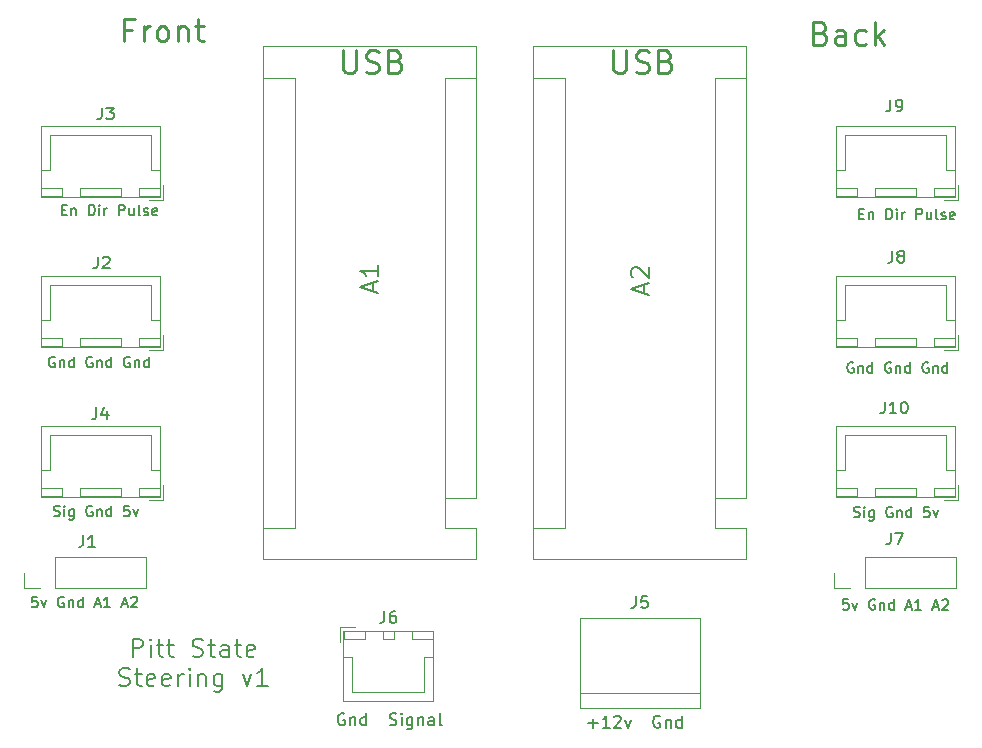
<source format=gbr>
G04 #@! TF.GenerationSoftware,KiCad,Pcbnew,(5.1.5)-3*
G04 #@! TF.CreationDate,2022-03-29T23:18:33-05:00*
G04 #@! TF.ProjectId,Two Motor Nano Controller,54776f20-4d6f-4746-9f72-204e616e6f20,rev?*
G04 #@! TF.SameCoordinates,Original*
G04 #@! TF.FileFunction,Legend,Top*
G04 #@! TF.FilePolarity,Positive*
%FSLAX46Y46*%
G04 Gerber Fmt 4.6, Leading zero omitted, Abs format (unit mm)*
G04 Created by KiCad (PCBNEW (5.1.5)-3) date 2022-03-29 23:18:33*
%MOMM*%
%LPD*%
G04 APERTURE LIST*
%ADD10C,0.139700*%
%ADD11C,0.203200*%
%ADD12C,0.152400*%
%ADD13C,0.254000*%
%ADD14C,0.120000*%
%ADD15C,0.150000*%
G04 APERTURE END LIST*
D10*
X185270140Y-75929066D02*
X184846806Y-75929066D01*
X184804473Y-76352400D01*
X184846806Y-76310066D01*
X184931473Y-76267733D01*
X185143140Y-76267733D01*
X185227806Y-76310066D01*
X185270140Y-76352400D01*
X185312473Y-76437066D01*
X185312473Y-76648733D01*
X185270140Y-76733400D01*
X185227806Y-76775733D01*
X185143140Y-76818066D01*
X184931473Y-76818066D01*
X184846806Y-76775733D01*
X184804473Y-76733400D01*
X185608806Y-76225400D02*
X185820473Y-76818066D01*
X186032140Y-76225400D01*
X187513806Y-75971400D02*
X187429140Y-75929066D01*
X187302140Y-75929066D01*
X187175140Y-75971400D01*
X187090473Y-76056066D01*
X187048140Y-76140733D01*
X187005806Y-76310066D01*
X187005806Y-76437066D01*
X187048140Y-76606400D01*
X187090473Y-76691066D01*
X187175140Y-76775733D01*
X187302140Y-76818066D01*
X187386806Y-76818066D01*
X187513806Y-76775733D01*
X187556140Y-76733400D01*
X187556140Y-76437066D01*
X187386806Y-76437066D01*
X187937140Y-76225400D02*
X187937140Y-76818066D01*
X187937140Y-76310066D02*
X187979473Y-76267733D01*
X188064140Y-76225400D01*
X188191140Y-76225400D01*
X188275806Y-76267733D01*
X188318140Y-76352400D01*
X188318140Y-76818066D01*
X189122473Y-76818066D02*
X189122473Y-75929066D01*
X189122473Y-76775733D02*
X189037806Y-76818066D01*
X188868473Y-76818066D01*
X188783806Y-76775733D01*
X188741473Y-76733400D01*
X188699140Y-76648733D01*
X188699140Y-76394733D01*
X188741473Y-76310066D01*
X188783806Y-76267733D01*
X188868473Y-76225400D01*
X189037806Y-76225400D01*
X189122473Y-76267733D01*
X190180806Y-76564066D02*
X190604140Y-76564066D01*
X190096140Y-76818066D02*
X190392473Y-75929066D01*
X190688806Y-76818066D01*
X191450806Y-76818066D02*
X190942806Y-76818066D01*
X191196806Y-76818066D02*
X191196806Y-75929066D01*
X191112140Y-76056066D01*
X191027473Y-76140733D01*
X190942806Y-76183066D01*
X192466806Y-76564066D02*
X192890140Y-76564066D01*
X192382140Y-76818066D02*
X192678473Y-75929066D01*
X192974806Y-76818066D01*
X193228806Y-76013733D02*
X193271140Y-75971400D01*
X193355806Y-75929066D01*
X193567473Y-75929066D01*
X193652140Y-75971400D01*
X193694473Y-76013733D01*
X193736806Y-76098400D01*
X193736806Y-76183066D01*
X193694473Y-76310066D01*
X193186473Y-76818066D01*
X193736806Y-76818066D01*
X185732420Y-68916973D02*
X185859420Y-68959306D01*
X186071086Y-68959306D01*
X186155753Y-68916973D01*
X186198086Y-68874640D01*
X186240420Y-68789973D01*
X186240420Y-68705306D01*
X186198086Y-68620640D01*
X186155753Y-68578306D01*
X186071086Y-68535973D01*
X185901753Y-68493640D01*
X185817086Y-68451306D01*
X185774753Y-68408973D01*
X185732420Y-68324306D01*
X185732420Y-68239640D01*
X185774753Y-68154973D01*
X185817086Y-68112640D01*
X185901753Y-68070306D01*
X186113420Y-68070306D01*
X186240420Y-68112640D01*
X186621420Y-68959306D02*
X186621420Y-68366640D01*
X186621420Y-68070306D02*
X186579086Y-68112640D01*
X186621420Y-68154973D01*
X186663753Y-68112640D01*
X186621420Y-68070306D01*
X186621420Y-68154973D01*
X187425753Y-68366640D02*
X187425753Y-69086306D01*
X187383420Y-69170973D01*
X187341086Y-69213306D01*
X187256420Y-69255640D01*
X187129420Y-69255640D01*
X187044753Y-69213306D01*
X187425753Y-68916973D02*
X187341086Y-68959306D01*
X187171753Y-68959306D01*
X187087086Y-68916973D01*
X187044753Y-68874640D01*
X187002420Y-68789973D01*
X187002420Y-68535973D01*
X187044753Y-68451306D01*
X187087086Y-68408973D01*
X187171753Y-68366640D01*
X187341086Y-68366640D01*
X187425753Y-68408973D01*
X188992086Y-68112640D02*
X188907420Y-68070306D01*
X188780420Y-68070306D01*
X188653420Y-68112640D01*
X188568753Y-68197306D01*
X188526420Y-68281973D01*
X188484086Y-68451306D01*
X188484086Y-68578306D01*
X188526420Y-68747640D01*
X188568753Y-68832306D01*
X188653420Y-68916973D01*
X188780420Y-68959306D01*
X188865086Y-68959306D01*
X188992086Y-68916973D01*
X189034420Y-68874640D01*
X189034420Y-68578306D01*
X188865086Y-68578306D01*
X189415420Y-68366640D02*
X189415420Y-68959306D01*
X189415420Y-68451306D02*
X189457753Y-68408973D01*
X189542420Y-68366640D01*
X189669420Y-68366640D01*
X189754086Y-68408973D01*
X189796420Y-68493640D01*
X189796420Y-68959306D01*
X190600753Y-68959306D02*
X190600753Y-68070306D01*
X190600753Y-68916973D02*
X190516086Y-68959306D01*
X190346753Y-68959306D01*
X190262086Y-68916973D01*
X190219753Y-68874640D01*
X190177420Y-68789973D01*
X190177420Y-68535973D01*
X190219753Y-68451306D01*
X190262086Y-68408973D01*
X190346753Y-68366640D01*
X190516086Y-68366640D01*
X190600753Y-68408973D01*
X192124753Y-68070306D02*
X191701420Y-68070306D01*
X191659086Y-68493640D01*
X191701420Y-68451306D01*
X191786086Y-68408973D01*
X191997753Y-68408973D01*
X192082420Y-68451306D01*
X192124753Y-68493640D01*
X192167086Y-68578306D01*
X192167086Y-68789973D01*
X192124753Y-68874640D01*
X192082420Y-68916973D01*
X191997753Y-68959306D01*
X191786086Y-68959306D01*
X191701420Y-68916973D01*
X191659086Y-68874640D01*
X192463420Y-68366640D02*
X192675086Y-68959306D01*
X192886753Y-68366640D01*
X185704480Y-55897780D02*
X185619813Y-55855446D01*
X185492813Y-55855446D01*
X185365813Y-55897780D01*
X185281146Y-55982446D01*
X185238813Y-56067113D01*
X185196480Y-56236446D01*
X185196480Y-56363446D01*
X185238813Y-56532780D01*
X185281146Y-56617446D01*
X185365813Y-56702113D01*
X185492813Y-56744446D01*
X185577480Y-56744446D01*
X185704480Y-56702113D01*
X185746813Y-56659780D01*
X185746813Y-56363446D01*
X185577480Y-56363446D01*
X186127813Y-56151780D02*
X186127813Y-56744446D01*
X186127813Y-56236446D02*
X186170146Y-56194113D01*
X186254813Y-56151780D01*
X186381813Y-56151780D01*
X186466480Y-56194113D01*
X186508813Y-56278780D01*
X186508813Y-56744446D01*
X187313146Y-56744446D02*
X187313146Y-55855446D01*
X187313146Y-56702113D02*
X187228480Y-56744446D01*
X187059146Y-56744446D01*
X186974480Y-56702113D01*
X186932146Y-56659780D01*
X186889813Y-56575113D01*
X186889813Y-56321113D01*
X186932146Y-56236446D01*
X186974480Y-56194113D01*
X187059146Y-56151780D01*
X187228480Y-56151780D01*
X187313146Y-56194113D01*
X188879480Y-55897780D02*
X188794813Y-55855446D01*
X188667813Y-55855446D01*
X188540813Y-55897780D01*
X188456146Y-55982446D01*
X188413813Y-56067113D01*
X188371480Y-56236446D01*
X188371480Y-56363446D01*
X188413813Y-56532780D01*
X188456146Y-56617446D01*
X188540813Y-56702113D01*
X188667813Y-56744446D01*
X188752480Y-56744446D01*
X188879480Y-56702113D01*
X188921813Y-56659780D01*
X188921813Y-56363446D01*
X188752480Y-56363446D01*
X189302813Y-56151780D02*
X189302813Y-56744446D01*
X189302813Y-56236446D02*
X189345146Y-56194113D01*
X189429813Y-56151780D01*
X189556813Y-56151780D01*
X189641480Y-56194113D01*
X189683813Y-56278780D01*
X189683813Y-56744446D01*
X190488146Y-56744446D02*
X190488146Y-55855446D01*
X190488146Y-56702113D02*
X190403480Y-56744446D01*
X190234146Y-56744446D01*
X190149480Y-56702113D01*
X190107146Y-56659780D01*
X190064813Y-56575113D01*
X190064813Y-56321113D01*
X190107146Y-56236446D01*
X190149480Y-56194113D01*
X190234146Y-56151780D01*
X190403480Y-56151780D01*
X190488146Y-56194113D01*
X192054480Y-55897780D02*
X191969813Y-55855446D01*
X191842813Y-55855446D01*
X191715813Y-55897780D01*
X191631146Y-55982446D01*
X191588813Y-56067113D01*
X191546480Y-56236446D01*
X191546480Y-56363446D01*
X191588813Y-56532780D01*
X191631146Y-56617446D01*
X191715813Y-56702113D01*
X191842813Y-56744446D01*
X191927480Y-56744446D01*
X192054480Y-56702113D01*
X192096813Y-56659780D01*
X192096813Y-56363446D01*
X191927480Y-56363446D01*
X192477813Y-56151780D02*
X192477813Y-56744446D01*
X192477813Y-56236446D02*
X192520146Y-56194113D01*
X192604813Y-56151780D01*
X192731813Y-56151780D01*
X192816480Y-56194113D01*
X192858813Y-56278780D01*
X192858813Y-56744446D01*
X193663146Y-56744446D02*
X193663146Y-55855446D01*
X193663146Y-56702113D02*
X193578480Y-56744446D01*
X193409146Y-56744446D01*
X193324480Y-56702113D01*
X193282146Y-56659780D01*
X193239813Y-56575113D01*
X193239813Y-56321113D01*
X193282146Y-56236446D01*
X193324480Y-56194113D01*
X193409146Y-56151780D01*
X193578480Y-56151780D01*
X193663146Y-56194113D01*
X186224333Y-43268900D02*
X186520666Y-43268900D01*
X186647666Y-43734566D02*
X186224333Y-43734566D01*
X186224333Y-42845566D01*
X186647666Y-42845566D01*
X187028666Y-43141900D02*
X187028666Y-43734566D01*
X187028666Y-43226566D02*
X187071000Y-43184233D01*
X187155666Y-43141900D01*
X187282666Y-43141900D01*
X187367333Y-43184233D01*
X187409666Y-43268900D01*
X187409666Y-43734566D01*
X188510333Y-43734566D02*
X188510333Y-42845566D01*
X188722000Y-42845566D01*
X188849000Y-42887900D01*
X188933666Y-42972566D01*
X188976000Y-43057233D01*
X189018333Y-43226566D01*
X189018333Y-43353566D01*
X188976000Y-43522900D01*
X188933666Y-43607566D01*
X188849000Y-43692233D01*
X188722000Y-43734566D01*
X188510333Y-43734566D01*
X189399333Y-43734566D02*
X189399333Y-43141900D01*
X189399333Y-42845566D02*
X189357000Y-42887900D01*
X189399333Y-42930233D01*
X189441666Y-42887900D01*
X189399333Y-42845566D01*
X189399333Y-42930233D01*
X189822666Y-43734566D02*
X189822666Y-43141900D01*
X189822666Y-43311233D02*
X189865000Y-43226566D01*
X189907333Y-43184233D01*
X189992000Y-43141900D01*
X190076666Y-43141900D01*
X191050333Y-43734566D02*
X191050333Y-42845566D01*
X191389000Y-42845566D01*
X191473666Y-42887900D01*
X191516000Y-42930233D01*
X191558333Y-43014900D01*
X191558333Y-43141900D01*
X191516000Y-43226566D01*
X191473666Y-43268900D01*
X191389000Y-43311233D01*
X191050333Y-43311233D01*
X192320333Y-43141900D02*
X192320333Y-43734566D01*
X191939333Y-43141900D02*
X191939333Y-43607566D01*
X191981666Y-43692233D01*
X192066333Y-43734566D01*
X192193333Y-43734566D01*
X192278000Y-43692233D01*
X192320333Y-43649900D01*
X192870666Y-43734566D02*
X192786000Y-43692233D01*
X192743666Y-43607566D01*
X192743666Y-42845566D01*
X193167000Y-43692233D02*
X193251666Y-43734566D01*
X193421000Y-43734566D01*
X193505666Y-43692233D01*
X193548000Y-43607566D01*
X193548000Y-43565233D01*
X193505666Y-43480566D01*
X193421000Y-43438233D01*
X193294000Y-43438233D01*
X193209333Y-43395900D01*
X193167000Y-43311233D01*
X193167000Y-43268900D01*
X193209333Y-43184233D01*
X193294000Y-43141900D01*
X193421000Y-43141900D01*
X193505666Y-43184233D01*
X194267666Y-43692233D02*
X194183000Y-43734566D01*
X194013666Y-43734566D01*
X193929000Y-43692233D01*
X193886666Y-43607566D01*
X193886666Y-43268900D01*
X193929000Y-43184233D01*
X194013666Y-43141900D01*
X194183000Y-43141900D01*
X194267666Y-43184233D01*
X194310000Y-43268900D01*
X194310000Y-43353566D01*
X193886666Y-43438233D01*
D11*
X124697308Y-80788328D02*
X124697308Y-79264328D01*
X125277880Y-79264328D01*
X125423022Y-79336900D01*
X125495594Y-79409471D01*
X125568165Y-79554614D01*
X125568165Y-79772328D01*
X125495594Y-79917471D01*
X125423022Y-79990042D01*
X125277880Y-80062614D01*
X124697308Y-80062614D01*
X126221308Y-80788328D02*
X126221308Y-79772328D01*
X126221308Y-79264328D02*
X126148737Y-79336900D01*
X126221308Y-79409471D01*
X126293880Y-79336900D01*
X126221308Y-79264328D01*
X126221308Y-79409471D01*
X126729308Y-79772328D02*
X127309880Y-79772328D01*
X126947022Y-79264328D02*
X126947022Y-80570614D01*
X127019594Y-80715757D01*
X127164737Y-80788328D01*
X127309880Y-80788328D01*
X127600165Y-79772328D02*
X128180737Y-79772328D01*
X127817880Y-79264328D02*
X127817880Y-80570614D01*
X127890451Y-80715757D01*
X128035594Y-80788328D01*
X128180737Y-80788328D01*
X129777308Y-80715757D02*
X129995022Y-80788328D01*
X130357880Y-80788328D01*
X130503022Y-80715757D01*
X130575594Y-80643185D01*
X130648165Y-80498042D01*
X130648165Y-80352900D01*
X130575594Y-80207757D01*
X130503022Y-80135185D01*
X130357880Y-80062614D01*
X130067594Y-79990042D01*
X129922451Y-79917471D01*
X129849880Y-79844900D01*
X129777308Y-79699757D01*
X129777308Y-79554614D01*
X129849880Y-79409471D01*
X129922451Y-79336900D01*
X130067594Y-79264328D01*
X130430451Y-79264328D01*
X130648165Y-79336900D01*
X131083594Y-79772328D02*
X131664165Y-79772328D01*
X131301308Y-79264328D02*
X131301308Y-80570614D01*
X131373880Y-80715757D01*
X131519022Y-80788328D01*
X131664165Y-80788328D01*
X132825308Y-80788328D02*
X132825308Y-79990042D01*
X132752737Y-79844900D01*
X132607594Y-79772328D01*
X132317308Y-79772328D01*
X132172165Y-79844900D01*
X132825308Y-80715757D02*
X132680165Y-80788328D01*
X132317308Y-80788328D01*
X132172165Y-80715757D01*
X132099594Y-80570614D01*
X132099594Y-80425471D01*
X132172165Y-80280328D01*
X132317308Y-80207757D01*
X132680165Y-80207757D01*
X132825308Y-80135185D01*
X133333308Y-79772328D02*
X133913880Y-79772328D01*
X133551022Y-79264328D02*
X133551022Y-80570614D01*
X133623594Y-80715757D01*
X133768737Y-80788328D01*
X133913880Y-80788328D01*
X135002451Y-80715757D02*
X134857308Y-80788328D01*
X134567022Y-80788328D01*
X134421880Y-80715757D01*
X134349308Y-80570614D01*
X134349308Y-79990042D01*
X134421880Y-79844900D01*
X134567022Y-79772328D01*
X134857308Y-79772328D01*
X135002451Y-79844900D01*
X135075022Y-79990042D01*
X135075022Y-80135185D01*
X134349308Y-80280328D01*
X123572451Y-83204957D02*
X123790165Y-83277528D01*
X124153022Y-83277528D01*
X124298165Y-83204957D01*
X124370737Y-83132385D01*
X124443308Y-82987242D01*
X124443308Y-82842100D01*
X124370737Y-82696957D01*
X124298165Y-82624385D01*
X124153022Y-82551814D01*
X123862737Y-82479242D01*
X123717594Y-82406671D01*
X123645022Y-82334100D01*
X123572451Y-82188957D01*
X123572451Y-82043814D01*
X123645022Y-81898671D01*
X123717594Y-81826100D01*
X123862737Y-81753528D01*
X124225594Y-81753528D01*
X124443308Y-81826100D01*
X124878737Y-82261528D02*
X125459308Y-82261528D01*
X125096451Y-81753528D02*
X125096451Y-83059814D01*
X125169022Y-83204957D01*
X125314165Y-83277528D01*
X125459308Y-83277528D01*
X126547880Y-83204957D02*
X126402737Y-83277528D01*
X126112451Y-83277528D01*
X125967308Y-83204957D01*
X125894737Y-83059814D01*
X125894737Y-82479242D01*
X125967308Y-82334100D01*
X126112451Y-82261528D01*
X126402737Y-82261528D01*
X126547880Y-82334100D01*
X126620451Y-82479242D01*
X126620451Y-82624385D01*
X125894737Y-82769528D01*
X127854165Y-83204957D02*
X127709022Y-83277528D01*
X127418737Y-83277528D01*
X127273594Y-83204957D01*
X127201022Y-83059814D01*
X127201022Y-82479242D01*
X127273594Y-82334100D01*
X127418737Y-82261528D01*
X127709022Y-82261528D01*
X127854165Y-82334100D01*
X127926737Y-82479242D01*
X127926737Y-82624385D01*
X127201022Y-82769528D01*
X128579880Y-83277528D02*
X128579880Y-82261528D01*
X128579880Y-82551814D02*
X128652451Y-82406671D01*
X128725022Y-82334100D01*
X128870165Y-82261528D01*
X129015308Y-82261528D01*
X129523308Y-83277528D02*
X129523308Y-82261528D01*
X129523308Y-81753528D02*
X129450737Y-81826100D01*
X129523308Y-81898671D01*
X129595880Y-81826100D01*
X129523308Y-81753528D01*
X129523308Y-81898671D01*
X130249022Y-82261528D02*
X130249022Y-83277528D01*
X130249022Y-82406671D02*
X130321594Y-82334100D01*
X130466737Y-82261528D01*
X130684451Y-82261528D01*
X130829594Y-82334100D01*
X130902165Y-82479242D01*
X130902165Y-83277528D01*
X132281022Y-82261528D02*
X132281022Y-83495242D01*
X132208451Y-83640385D01*
X132135880Y-83712957D01*
X131990737Y-83785528D01*
X131773022Y-83785528D01*
X131627880Y-83712957D01*
X132281022Y-83204957D02*
X132135880Y-83277528D01*
X131845594Y-83277528D01*
X131700451Y-83204957D01*
X131627880Y-83132385D01*
X131555308Y-82987242D01*
X131555308Y-82551814D01*
X131627880Y-82406671D01*
X131700451Y-82334100D01*
X131845594Y-82261528D01*
X132135880Y-82261528D01*
X132281022Y-82334100D01*
X134022737Y-82261528D02*
X134385594Y-83277528D01*
X134748451Y-82261528D01*
X136127308Y-83277528D02*
X135256451Y-83277528D01*
X135691880Y-83277528D02*
X135691880Y-81753528D01*
X135546737Y-81971242D01*
X135401594Y-82116385D01*
X135256451Y-82188957D01*
D12*
X163288012Y-86404631D02*
X164062107Y-86404631D01*
X163675060Y-86791679D02*
X163675060Y-86017583D01*
X165078107Y-86791679D02*
X164497536Y-86791679D01*
X164787821Y-86791679D02*
X164787821Y-85775679D01*
X164691060Y-85920821D01*
X164594298Y-86017583D01*
X164497536Y-86065964D01*
X165465155Y-85872440D02*
X165513536Y-85824060D01*
X165610298Y-85775679D01*
X165852202Y-85775679D01*
X165948964Y-85824060D01*
X165997345Y-85872440D01*
X166045726Y-85969202D01*
X166045726Y-86065964D01*
X165997345Y-86211107D01*
X165416774Y-86791679D01*
X166045726Y-86791679D01*
X166384393Y-86114345D02*
X166626298Y-86791679D01*
X166868202Y-86114345D01*
X169335631Y-85824060D02*
X169238869Y-85775679D01*
X169093726Y-85775679D01*
X168948583Y-85824060D01*
X168851821Y-85920821D01*
X168803440Y-86017583D01*
X168755060Y-86211107D01*
X168755060Y-86356250D01*
X168803440Y-86549774D01*
X168851821Y-86646536D01*
X168948583Y-86743298D01*
X169093726Y-86791679D01*
X169190488Y-86791679D01*
X169335631Y-86743298D01*
X169384012Y-86694917D01*
X169384012Y-86356250D01*
X169190488Y-86356250D01*
X169819440Y-86114345D02*
X169819440Y-86791679D01*
X169819440Y-86211107D02*
X169867821Y-86162726D01*
X169964583Y-86114345D01*
X170109726Y-86114345D01*
X170206488Y-86162726D01*
X170254869Y-86259488D01*
X170254869Y-86791679D01*
X171174107Y-86791679D02*
X171174107Y-85775679D01*
X171174107Y-86743298D02*
X171077345Y-86791679D01*
X170883821Y-86791679D01*
X170787060Y-86743298D01*
X170738679Y-86694917D01*
X170690298Y-86598155D01*
X170690298Y-86307869D01*
X170738679Y-86211107D01*
X170787060Y-86162726D01*
X170883821Y-86114345D01*
X171077345Y-86114345D01*
X171174107Y-86162726D01*
X142628015Y-85623400D02*
X142531253Y-85575019D01*
X142386110Y-85575019D01*
X142240967Y-85623400D01*
X142144205Y-85720161D01*
X142095824Y-85816923D01*
X142047443Y-86010447D01*
X142047443Y-86155590D01*
X142095824Y-86349114D01*
X142144205Y-86445876D01*
X142240967Y-86542638D01*
X142386110Y-86591019D01*
X142482872Y-86591019D01*
X142628015Y-86542638D01*
X142676396Y-86494257D01*
X142676396Y-86155590D01*
X142482872Y-86155590D01*
X143111824Y-85913685D02*
X143111824Y-86591019D01*
X143111824Y-86010447D02*
X143160205Y-85962066D01*
X143256967Y-85913685D01*
X143402110Y-85913685D01*
X143498872Y-85962066D01*
X143547253Y-86058828D01*
X143547253Y-86591019D01*
X144466491Y-86591019D02*
X144466491Y-85575019D01*
X144466491Y-86542638D02*
X144369729Y-86591019D01*
X144176205Y-86591019D01*
X144079443Y-86542638D01*
X144031062Y-86494257D01*
X143982681Y-86397495D01*
X143982681Y-86107209D01*
X144031062Y-86010447D01*
X144079443Y-85962066D01*
X144176205Y-85913685D01*
X144369729Y-85913685D01*
X144466491Y-85962066D01*
X146450110Y-86542638D02*
X146595253Y-86591019D01*
X146837158Y-86591019D01*
X146933920Y-86542638D01*
X146982300Y-86494257D01*
X147030681Y-86397495D01*
X147030681Y-86300733D01*
X146982300Y-86203971D01*
X146933920Y-86155590D01*
X146837158Y-86107209D01*
X146643634Y-86058828D01*
X146546872Y-86010447D01*
X146498491Y-85962066D01*
X146450110Y-85865304D01*
X146450110Y-85768542D01*
X146498491Y-85671780D01*
X146546872Y-85623400D01*
X146643634Y-85575019D01*
X146885539Y-85575019D01*
X147030681Y-85623400D01*
X147466110Y-86591019D02*
X147466110Y-85913685D01*
X147466110Y-85575019D02*
X147417729Y-85623400D01*
X147466110Y-85671780D01*
X147514491Y-85623400D01*
X147466110Y-85575019D01*
X147466110Y-85671780D01*
X148385348Y-85913685D02*
X148385348Y-86736161D01*
X148336967Y-86832923D01*
X148288586Y-86881304D01*
X148191824Y-86929685D01*
X148046681Y-86929685D01*
X147949920Y-86881304D01*
X148385348Y-86542638D02*
X148288586Y-86591019D01*
X148095062Y-86591019D01*
X147998300Y-86542638D01*
X147949920Y-86494257D01*
X147901539Y-86397495D01*
X147901539Y-86107209D01*
X147949920Y-86010447D01*
X147998300Y-85962066D01*
X148095062Y-85913685D01*
X148288586Y-85913685D01*
X148385348Y-85962066D01*
X148869158Y-85913685D02*
X148869158Y-86591019D01*
X148869158Y-86010447D02*
X148917539Y-85962066D01*
X149014300Y-85913685D01*
X149159443Y-85913685D01*
X149256205Y-85962066D01*
X149304586Y-86058828D01*
X149304586Y-86591019D01*
X150223824Y-86591019D02*
X150223824Y-86058828D01*
X150175443Y-85962066D01*
X150078681Y-85913685D01*
X149885158Y-85913685D01*
X149788396Y-85962066D01*
X150223824Y-86542638D02*
X150127062Y-86591019D01*
X149885158Y-86591019D01*
X149788396Y-86542638D01*
X149740015Y-86445876D01*
X149740015Y-86349114D01*
X149788396Y-86252352D01*
X149885158Y-86203971D01*
X150127062Y-86203971D01*
X150223824Y-86155590D01*
X150852777Y-86591019D02*
X150756015Y-86542638D01*
X150707634Y-86445876D01*
X150707634Y-85575019D01*
D13*
X165403711Y-29459645D02*
X165403711Y-31001788D01*
X165494425Y-31183217D01*
X165585140Y-31273931D01*
X165766568Y-31364645D01*
X166129425Y-31364645D01*
X166310854Y-31273931D01*
X166401568Y-31183217D01*
X166492282Y-31001788D01*
X166492282Y-29459645D01*
X167308711Y-31273931D02*
X167580854Y-31364645D01*
X168034425Y-31364645D01*
X168215854Y-31273931D01*
X168306568Y-31183217D01*
X168397282Y-31001788D01*
X168397282Y-30820360D01*
X168306568Y-30638931D01*
X168215854Y-30548217D01*
X168034425Y-30457502D01*
X167671568Y-30366788D01*
X167490140Y-30276074D01*
X167399425Y-30185360D01*
X167308711Y-30003931D01*
X167308711Y-29822502D01*
X167399425Y-29641074D01*
X167490140Y-29550360D01*
X167671568Y-29459645D01*
X168125140Y-29459645D01*
X168397282Y-29550360D01*
X169848711Y-30366788D02*
X170120854Y-30457502D01*
X170211568Y-30548217D01*
X170302282Y-30729645D01*
X170302282Y-31001788D01*
X170211568Y-31183217D01*
X170120854Y-31273931D01*
X169939425Y-31364645D01*
X169213711Y-31364645D01*
X169213711Y-29459645D01*
X169848711Y-29459645D01*
X170030140Y-29550360D01*
X170120854Y-29641074D01*
X170211568Y-29822502D01*
X170211568Y-30003931D01*
X170120854Y-30185360D01*
X170030140Y-30276074D01*
X169848711Y-30366788D01*
X169213711Y-30366788D01*
X142531011Y-29459645D02*
X142531011Y-31001788D01*
X142621725Y-31183217D01*
X142712440Y-31273931D01*
X142893868Y-31364645D01*
X143256725Y-31364645D01*
X143438154Y-31273931D01*
X143528868Y-31183217D01*
X143619582Y-31001788D01*
X143619582Y-29459645D01*
X144436011Y-31273931D02*
X144708154Y-31364645D01*
X145161725Y-31364645D01*
X145343154Y-31273931D01*
X145433868Y-31183217D01*
X145524582Y-31001788D01*
X145524582Y-30820360D01*
X145433868Y-30638931D01*
X145343154Y-30548217D01*
X145161725Y-30457502D01*
X144798868Y-30366788D01*
X144617440Y-30276074D01*
X144526725Y-30185360D01*
X144436011Y-30003931D01*
X144436011Y-29822502D01*
X144526725Y-29641074D01*
X144617440Y-29550360D01*
X144798868Y-29459645D01*
X145252440Y-29459645D01*
X145524582Y-29550360D01*
X146976011Y-30366788D02*
X147248154Y-30457502D01*
X147338868Y-30548217D01*
X147429582Y-30729645D01*
X147429582Y-31001788D01*
X147338868Y-31183217D01*
X147248154Y-31273931D01*
X147066725Y-31364645D01*
X146341011Y-31364645D01*
X146341011Y-29459645D01*
X146976011Y-29459645D01*
X147157440Y-29550360D01*
X147248154Y-29641074D01*
X147338868Y-29822502D01*
X147338868Y-30003931D01*
X147248154Y-30185360D01*
X147157440Y-30276074D01*
X146976011Y-30366788D01*
X146341011Y-30366788D01*
D10*
X116634260Y-75695386D02*
X116210926Y-75695386D01*
X116168593Y-76118720D01*
X116210926Y-76076386D01*
X116295593Y-76034053D01*
X116507260Y-76034053D01*
X116591926Y-76076386D01*
X116634260Y-76118720D01*
X116676593Y-76203386D01*
X116676593Y-76415053D01*
X116634260Y-76499720D01*
X116591926Y-76542053D01*
X116507260Y-76584386D01*
X116295593Y-76584386D01*
X116210926Y-76542053D01*
X116168593Y-76499720D01*
X116972926Y-75991720D02*
X117184593Y-76584386D01*
X117396260Y-75991720D01*
X118877926Y-75737720D02*
X118793260Y-75695386D01*
X118666260Y-75695386D01*
X118539260Y-75737720D01*
X118454593Y-75822386D01*
X118412260Y-75907053D01*
X118369926Y-76076386D01*
X118369926Y-76203386D01*
X118412260Y-76372720D01*
X118454593Y-76457386D01*
X118539260Y-76542053D01*
X118666260Y-76584386D01*
X118750926Y-76584386D01*
X118877926Y-76542053D01*
X118920260Y-76499720D01*
X118920260Y-76203386D01*
X118750926Y-76203386D01*
X119301260Y-75991720D02*
X119301260Y-76584386D01*
X119301260Y-76076386D02*
X119343593Y-76034053D01*
X119428260Y-75991720D01*
X119555260Y-75991720D01*
X119639926Y-76034053D01*
X119682260Y-76118720D01*
X119682260Y-76584386D01*
X120486593Y-76584386D02*
X120486593Y-75695386D01*
X120486593Y-76542053D02*
X120401926Y-76584386D01*
X120232593Y-76584386D01*
X120147926Y-76542053D01*
X120105593Y-76499720D01*
X120063260Y-76415053D01*
X120063260Y-76161053D01*
X120105593Y-76076386D01*
X120147926Y-76034053D01*
X120232593Y-75991720D01*
X120401926Y-75991720D01*
X120486593Y-76034053D01*
X121544926Y-76330386D02*
X121968260Y-76330386D01*
X121460260Y-76584386D02*
X121756593Y-75695386D01*
X122052926Y-76584386D01*
X122814926Y-76584386D02*
X122306926Y-76584386D01*
X122560926Y-76584386D02*
X122560926Y-75695386D01*
X122476260Y-75822386D01*
X122391593Y-75907053D01*
X122306926Y-75949386D01*
X123830926Y-76330386D02*
X124254260Y-76330386D01*
X123746260Y-76584386D02*
X124042593Y-75695386D01*
X124338926Y-76584386D01*
X124592926Y-75780053D02*
X124635260Y-75737720D01*
X124719926Y-75695386D01*
X124931593Y-75695386D01*
X125016260Y-75737720D01*
X125058593Y-75780053D01*
X125100926Y-75864720D01*
X125100926Y-75949386D01*
X125058593Y-76076386D01*
X124550593Y-76584386D01*
X125100926Y-76584386D01*
X118685733Y-42953940D02*
X118982066Y-42953940D01*
X119109066Y-43419606D02*
X118685733Y-43419606D01*
X118685733Y-42530606D01*
X119109066Y-42530606D01*
X119490066Y-42826940D02*
X119490066Y-43419606D01*
X119490066Y-42911606D02*
X119532400Y-42869273D01*
X119617066Y-42826940D01*
X119744066Y-42826940D01*
X119828733Y-42869273D01*
X119871066Y-42953940D01*
X119871066Y-43419606D01*
X120971733Y-43419606D02*
X120971733Y-42530606D01*
X121183400Y-42530606D01*
X121310400Y-42572940D01*
X121395066Y-42657606D01*
X121437400Y-42742273D01*
X121479733Y-42911606D01*
X121479733Y-43038606D01*
X121437400Y-43207940D01*
X121395066Y-43292606D01*
X121310400Y-43377273D01*
X121183400Y-43419606D01*
X120971733Y-43419606D01*
X121860733Y-43419606D02*
X121860733Y-42826940D01*
X121860733Y-42530606D02*
X121818400Y-42572940D01*
X121860733Y-42615273D01*
X121903066Y-42572940D01*
X121860733Y-42530606D01*
X121860733Y-42615273D01*
X122284066Y-43419606D02*
X122284066Y-42826940D01*
X122284066Y-42996273D02*
X122326400Y-42911606D01*
X122368733Y-42869273D01*
X122453400Y-42826940D01*
X122538066Y-42826940D01*
X123511733Y-43419606D02*
X123511733Y-42530606D01*
X123850400Y-42530606D01*
X123935066Y-42572940D01*
X123977400Y-42615273D01*
X124019733Y-42699940D01*
X124019733Y-42826940D01*
X123977400Y-42911606D01*
X123935066Y-42953940D01*
X123850400Y-42996273D01*
X123511733Y-42996273D01*
X124781733Y-42826940D02*
X124781733Y-43419606D01*
X124400733Y-42826940D02*
X124400733Y-43292606D01*
X124443066Y-43377273D01*
X124527733Y-43419606D01*
X124654733Y-43419606D01*
X124739400Y-43377273D01*
X124781733Y-43334940D01*
X125332066Y-43419606D02*
X125247400Y-43377273D01*
X125205066Y-43292606D01*
X125205066Y-42530606D01*
X125628400Y-43377273D02*
X125713066Y-43419606D01*
X125882400Y-43419606D01*
X125967066Y-43377273D01*
X126009400Y-43292606D01*
X126009400Y-43250273D01*
X125967066Y-43165606D01*
X125882400Y-43123273D01*
X125755400Y-43123273D01*
X125670733Y-43080940D01*
X125628400Y-42996273D01*
X125628400Y-42953940D01*
X125670733Y-42869273D01*
X125755400Y-42826940D01*
X125882400Y-42826940D01*
X125967066Y-42869273D01*
X126729066Y-43377273D02*
X126644400Y-43419606D01*
X126475066Y-43419606D01*
X126390400Y-43377273D01*
X126348066Y-43292606D01*
X126348066Y-42953940D01*
X126390400Y-42869273D01*
X126475066Y-42826940D01*
X126644400Y-42826940D01*
X126729066Y-42869273D01*
X126771400Y-42953940D01*
X126771400Y-43038606D01*
X126348066Y-43123273D01*
X118087140Y-55425340D02*
X118002473Y-55383006D01*
X117875473Y-55383006D01*
X117748473Y-55425340D01*
X117663806Y-55510006D01*
X117621473Y-55594673D01*
X117579140Y-55764006D01*
X117579140Y-55891006D01*
X117621473Y-56060340D01*
X117663806Y-56145006D01*
X117748473Y-56229673D01*
X117875473Y-56272006D01*
X117960140Y-56272006D01*
X118087140Y-56229673D01*
X118129473Y-56187340D01*
X118129473Y-55891006D01*
X117960140Y-55891006D01*
X118510473Y-55679340D02*
X118510473Y-56272006D01*
X118510473Y-55764006D02*
X118552806Y-55721673D01*
X118637473Y-55679340D01*
X118764473Y-55679340D01*
X118849140Y-55721673D01*
X118891473Y-55806340D01*
X118891473Y-56272006D01*
X119695806Y-56272006D02*
X119695806Y-55383006D01*
X119695806Y-56229673D02*
X119611140Y-56272006D01*
X119441806Y-56272006D01*
X119357140Y-56229673D01*
X119314806Y-56187340D01*
X119272473Y-56102673D01*
X119272473Y-55848673D01*
X119314806Y-55764006D01*
X119357140Y-55721673D01*
X119441806Y-55679340D01*
X119611140Y-55679340D01*
X119695806Y-55721673D01*
X121262140Y-55425340D02*
X121177473Y-55383006D01*
X121050473Y-55383006D01*
X120923473Y-55425340D01*
X120838806Y-55510006D01*
X120796473Y-55594673D01*
X120754140Y-55764006D01*
X120754140Y-55891006D01*
X120796473Y-56060340D01*
X120838806Y-56145006D01*
X120923473Y-56229673D01*
X121050473Y-56272006D01*
X121135140Y-56272006D01*
X121262140Y-56229673D01*
X121304473Y-56187340D01*
X121304473Y-55891006D01*
X121135140Y-55891006D01*
X121685473Y-55679340D02*
X121685473Y-56272006D01*
X121685473Y-55764006D02*
X121727806Y-55721673D01*
X121812473Y-55679340D01*
X121939473Y-55679340D01*
X122024140Y-55721673D01*
X122066473Y-55806340D01*
X122066473Y-56272006D01*
X122870806Y-56272006D02*
X122870806Y-55383006D01*
X122870806Y-56229673D02*
X122786140Y-56272006D01*
X122616806Y-56272006D01*
X122532140Y-56229673D01*
X122489806Y-56187340D01*
X122447473Y-56102673D01*
X122447473Y-55848673D01*
X122489806Y-55764006D01*
X122532140Y-55721673D01*
X122616806Y-55679340D01*
X122786140Y-55679340D01*
X122870806Y-55721673D01*
X124437140Y-55425340D02*
X124352473Y-55383006D01*
X124225473Y-55383006D01*
X124098473Y-55425340D01*
X124013806Y-55510006D01*
X123971473Y-55594673D01*
X123929140Y-55764006D01*
X123929140Y-55891006D01*
X123971473Y-56060340D01*
X124013806Y-56145006D01*
X124098473Y-56229673D01*
X124225473Y-56272006D01*
X124310140Y-56272006D01*
X124437140Y-56229673D01*
X124479473Y-56187340D01*
X124479473Y-55891006D01*
X124310140Y-55891006D01*
X124860473Y-55679340D02*
X124860473Y-56272006D01*
X124860473Y-55764006D02*
X124902806Y-55721673D01*
X124987473Y-55679340D01*
X125114473Y-55679340D01*
X125199140Y-55721673D01*
X125241473Y-55806340D01*
X125241473Y-56272006D01*
X126045806Y-56272006D02*
X126045806Y-55383006D01*
X126045806Y-56229673D02*
X125961140Y-56272006D01*
X125791806Y-56272006D01*
X125707140Y-56229673D01*
X125664806Y-56187340D01*
X125622473Y-56102673D01*
X125622473Y-55848673D01*
X125664806Y-55764006D01*
X125707140Y-55721673D01*
X125791806Y-55679340D01*
X125961140Y-55679340D01*
X126045806Y-55721673D01*
X118038880Y-68838233D02*
X118165880Y-68880566D01*
X118377546Y-68880566D01*
X118462213Y-68838233D01*
X118504546Y-68795900D01*
X118546880Y-68711233D01*
X118546880Y-68626566D01*
X118504546Y-68541900D01*
X118462213Y-68499566D01*
X118377546Y-68457233D01*
X118208213Y-68414900D01*
X118123546Y-68372566D01*
X118081213Y-68330233D01*
X118038880Y-68245566D01*
X118038880Y-68160900D01*
X118081213Y-68076233D01*
X118123546Y-68033900D01*
X118208213Y-67991566D01*
X118419880Y-67991566D01*
X118546880Y-68033900D01*
X118927880Y-68880566D02*
X118927880Y-68287900D01*
X118927880Y-67991566D02*
X118885546Y-68033900D01*
X118927880Y-68076233D01*
X118970213Y-68033900D01*
X118927880Y-67991566D01*
X118927880Y-68076233D01*
X119732213Y-68287900D02*
X119732213Y-69007566D01*
X119689880Y-69092233D01*
X119647546Y-69134566D01*
X119562880Y-69176900D01*
X119435880Y-69176900D01*
X119351213Y-69134566D01*
X119732213Y-68838233D02*
X119647546Y-68880566D01*
X119478213Y-68880566D01*
X119393546Y-68838233D01*
X119351213Y-68795900D01*
X119308880Y-68711233D01*
X119308880Y-68457233D01*
X119351213Y-68372566D01*
X119393546Y-68330233D01*
X119478213Y-68287900D01*
X119647546Y-68287900D01*
X119732213Y-68330233D01*
X121298546Y-68033900D02*
X121213880Y-67991566D01*
X121086880Y-67991566D01*
X120959880Y-68033900D01*
X120875213Y-68118566D01*
X120832880Y-68203233D01*
X120790546Y-68372566D01*
X120790546Y-68499566D01*
X120832880Y-68668900D01*
X120875213Y-68753566D01*
X120959880Y-68838233D01*
X121086880Y-68880566D01*
X121171546Y-68880566D01*
X121298546Y-68838233D01*
X121340880Y-68795900D01*
X121340880Y-68499566D01*
X121171546Y-68499566D01*
X121721880Y-68287900D02*
X121721880Y-68880566D01*
X121721880Y-68372566D02*
X121764213Y-68330233D01*
X121848880Y-68287900D01*
X121975880Y-68287900D01*
X122060546Y-68330233D01*
X122102880Y-68414900D01*
X122102880Y-68880566D01*
X122907213Y-68880566D02*
X122907213Y-67991566D01*
X122907213Y-68838233D02*
X122822546Y-68880566D01*
X122653213Y-68880566D01*
X122568546Y-68838233D01*
X122526213Y-68795900D01*
X122483880Y-68711233D01*
X122483880Y-68457233D01*
X122526213Y-68372566D01*
X122568546Y-68330233D01*
X122653213Y-68287900D01*
X122822546Y-68287900D01*
X122907213Y-68330233D01*
X124431213Y-67991566D02*
X124007880Y-67991566D01*
X123965546Y-68414900D01*
X124007880Y-68372566D01*
X124092546Y-68330233D01*
X124304213Y-68330233D01*
X124388880Y-68372566D01*
X124431213Y-68414900D01*
X124473546Y-68499566D01*
X124473546Y-68711233D01*
X124431213Y-68795900D01*
X124388880Y-68838233D01*
X124304213Y-68880566D01*
X124092546Y-68880566D01*
X124007880Y-68838233D01*
X123965546Y-68795900D01*
X124769880Y-68287900D02*
X124981546Y-68880566D01*
X125193213Y-68287900D01*
D13*
X182964545Y-27976648D02*
X183236688Y-28067362D01*
X183327402Y-28158077D01*
X183418117Y-28339505D01*
X183418117Y-28611648D01*
X183327402Y-28793077D01*
X183236688Y-28883791D01*
X183055260Y-28974505D01*
X182329545Y-28974505D01*
X182329545Y-27069505D01*
X182964545Y-27069505D01*
X183145974Y-27160220D01*
X183236688Y-27250934D01*
X183327402Y-27432362D01*
X183327402Y-27613791D01*
X183236688Y-27795220D01*
X183145974Y-27885934D01*
X182964545Y-27976648D01*
X182329545Y-27976648D01*
X185050974Y-28974505D02*
X185050974Y-27976648D01*
X184960260Y-27795220D01*
X184778831Y-27704505D01*
X184415974Y-27704505D01*
X184234545Y-27795220D01*
X185050974Y-28883791D02*
X184869545Y-28974505D01*
X184415974Y-28974505D01*
X184234545Y-28883791D01*
X184143831Y-28702362D01*
X184143831Y-28520934D01*
X184234545Y-28339505D01*
X184415974Y-28248791D01*
X184869545Y-28248791D01*
X185050974Y-28158077D01*
X186774545Y-28883791D02*
X186593117Y-28974505D01*
X186230260Y-28974505D01*
X186048831Y-28883791D01*
X185958117Y-28793077D01*
X185867402Y-28611648D01*
X185867402Y-28067362D01*
X185958117Y-27885934D01*
X186048831Y-27795220D01*
X186230260Y-27704505D01*
X186593117Y-27704505D01*
X186774545Y-27795220D01*
X187590974Y-28974505D02*
X187590974Y-27069505D01*
X187772402Y-28248791D02*
X188316688Y-28974505D01*
X188316688Y-27704505D02*
X187590974Y-28430220D01*
X124638162Y-27697248D02*
X124003162Y-27697248D01*
X124003162Y-28695105D02*
X124003162Y-26790105D01*
X124910305Y-26790105D01*
X125636020Y-28695105D02*
X125636020Y-27425105D01*
X125636020Y-27787962D02*
X125726734Y-27606534D01*
X125817448Y-27515820D01*
X125998877Y-27425105D01*
X126180305Y-27425105D01*
X127087448Y-28695105D02*
X126906020Y-28604391D01*
X126815305Y-28513677D01*
X126724591Y-28332248D01*
X126724591Y-27787962D01*
X126815305Y-27606534D01*
X126906020Y-27515820D01*
X127087448Y-27425105D01*
X127359591Y-27425105D01*
X127541020Y-27515820D01*
X127631734Y-27606534D01*
X127722448Y-27787962D01*
X127722448Y-28332248D01*
X127631734Y-28513677D01*
X127541020Y-28604391D01*
X127359591Y-28695105D01*
X127087448Y-28695105D01*
X128538877Y-27425105D02*
X128538877Y-28695105D01*
X128538877Y-27606534D02*
X128629591Y-27515820D01*
X128811020Y-27425105D01*
X129083162Y-27425105D01*
X129264591Y-27515820D01*
X129355305Y-27697248D01*
X129355305Y-28695105D01*
X129990305Y-27425105D02*
X130716020Y-27425105D01*
X130262448Y-26790105D02*
X130262448Y-28422962D01*
X130353162Y-28604391D01*
X130534591Y-28695105D01*
X130716020Y-28695105D01*
D14*
X151130000Y-67310000D02*
X151130000Y-69850000D01*
X151130000Y-69850000D02*
X153800000Y-69850000D01*
X153800000Y-67310000D02*
X153800000Y-29080000D01*
X153800000Y-72520000D02*
X153800000Y-69850000D01*
X138430000Y-69850000D02*
X135760000Y-69850000D01*
X138430000Y-69850000D02*
X138430000Y-31750000D01*
X138430000Y-31750000D02*
X135760000Y-31750000D01*
X151130000Y-67310000D02*
X153800000Y-67310000D01*
X151130000Y-67310000D02*
X151130000Y-31750000D01*
X151130000Y-31750000D02*
X153800000Y-31750000D01*
X153800000Y-29080000D02*
X135760000Y-29080000D01*
X135760000Y-29080000D02*
X135760000Y-72520000D01*
X135760000Y-72520000D02*
X153800000Y-72520000D01*
X158620000Y-72520000D02*
X176660000Y-72520000D01*
X158620000Y-29080000D02*
X158620000Y-72520000D01*
X176660000Y-29080000D02*
X158620000Y-29080000D01*
X173990000Y-31750000D02*
X176660000Y-31750000D01*
X173990000Y-67310000D02*
X173990000Y-31750000D01*
X173990000Y-67310000D02*
X176660000Y-67310000D01*
X161290000Y-31750000D02*
X158620000Y-31750000D01*
X161290000Y-69850000D02*
X161290000Y-31750000D01*
X161290000Y-69850000D02*
X158620000Y-69850000D01*
X176660000Y-72520000D02*
X176660000Y-69850000D01*
X176660000Y-67310000D02*
X176660000Y-29080000D01*
X173990000Y-69850000D02*
X176660000Y-69850000D01*
X173990000Y-67310000D02*
X173990000Y-69850000D01*
X125790000Y-74990000D02*
X125790000Y-72330000D01*
X118110000Y-74990000D02*
X125790000Y-74990000D01*
X118110000Y-72330000D02*
X125790000Y-72330000D01*
X118110000Y-74990000D02*
X118110000Y-72330000D01*
X116840000Y-74990000D02*
X115510000Y-74990000D01*
X115510000Y-74990000D02*
X115510000Y-73660000D01*
X127020000Y-54530000D02*
X127020000Y-48560000D01*
X127020000Y-48560000D02*
X116900000Y-48560000D01*
X116900000Y-48560000D02*
X116900000Y-54530000D01*
X116900000Y-54530000D02*
X127020000Y-54530000D01*
X123710000Y-54520000D02*
X123710000Y-53770000D01*
X123710000Y-53770000D02*
X120210000Y-53770000D01*
X120210000Y-53770000D02*
X120210000Y-54520000D01*
X120210000Y-54520000D02*
X123710000Y-54520000D01*
X127010000Y-54520000D02*
X127010000Y-53770000D01*
X127010000Y-53770000D02*
X125210000Y-53770000D01*
X125210000Y-53770000D02*
X125210000Y-54520000D01*
X125210000Y-54520000D02*
X127010000Y-54520000D01*
X118710000Y-54520000D02*
X118710000Y-53770000D01*
X118710000Y-53770000D02*
X116910000Y-53770000D01*
X116910000Y-53770000D02*
X116910000Y-54520000D01*
X116910000Y-54520000D02*
X118710000Y-54520000D01*
X127010000Y-52270000D02*
X126260000Y-52270000D01*
X126260000Y-52270000D02*
X126260000Y-49320000D01*
X126260000Y-49320000D02*
X121960000Y-49320000D01*
X116910000Y-52270000D02*
X117660000Y-52270000D01*
X117660000Y-52270000D02*
X117660000Y-49320000D01*
X117660000Y-49320000D02*
X121960000Y-49320000D01*
X126060000Y-54820000D02*
X127310000Y-54820000D01*
X127310000Y-54820000D02*
X127310000Y-53570000D01*
X127310000Y-42120000D02*
X127310000Y-40870000D01*
X126060000Y-42120000D02*
X127310000Y-42120000D01*
X117660000Y-36620000D02*
X121960000Y-36620000D01*
X117660000Y-39570000D02*
X117660000Y-36620000D01*
X116910000Y-39570000D02*
X117660000Y-39570000D01*
X126260000Y-36620000D02*
X121960000Y-36620000D01*
X126260000Y-39570000D02*
X126260000Y-36620000D01*
X127010000Y-39570000D02*
X126260000Y-39570000D01*
X116910000Y-41820000D02*
X118710000Y-41820000D01*
X116910000Y-41070000D02*
X116910000Y-41820000D01*
X118710000Y-41070000D02*
X116910000Y-41070000D01*
X118710000Y-41820000D02*
X118710000Y-41070000D01*
X125210000Y-41820000D02*
X127010000Y-41820000D01*
X125210000Y-41070000D02*
X125210000Y-41820000D01*
X127010000Y-41070000D02*
X125210000Y-41070000D01*
X127010000Y-41820000D02*
X127010000Y-41070000D01*
X120210000Y-41820000D02*
X123710000Y-41820000D01*
X120210000Y-41070000D02*
X120210000Y-41820000D01*
X123710000Y-41070000D02*
X120210000Y-41070000D01*
X123710000Y-41820000D02*
X123710000Y-41070000D01*
X116900000Y-41830000D02*
X127020000Y-41830000D01*
X116900000Y-35860000D02*
X116900000Y-41830000D01*
X127020000Y-35860000D02*
X116900000Y-35860000D01*
X127020000Y-41830000D02*
X127020000Y-35860000D01*
X127310000Y-67520000D02*
X127310000Y-66270000D01*
X126060000Y-67520000D02*
X127310000Y-67520000D01*
X117660000Y-62020000D02*
X121960000Y-62020000D01*
X117660000Y-64970000D02*
X117660000Y-62020000D01*
X116910000Y-64970000D02*
X117660000Y-64970000D01*
X126260000Y-62020000D02*
X121960000Y-62020000D01*
X126260000Y-64970000D02*
X126260000Y-62020000D01*
X127010000Y-64970000D02*
X126260000Y-64970000D01*
X116910000Y-67220000D02*
X118710000Y-67220000D01*
X116910000Y-66470000D02*
X116910000Y-67220000D01*
X118710000Y-66470000D02*
X116910000Y-66470000D01*
X118710000Y-67220000D02*
X118710000Y-66470000D01*
X125210000Y-67220000D02*
X127010000Y-67220000D01*
X125210000Y-66470000D02*
X125210000Y-67220000D01*
X127010000Y-66470000D02*
X125210000Y-66470000D01*
X127010000Y-67220000D02*
X127010000Y-66470000D01*
X120210000Y-67220000D02*
X123710000Y-67220000D01*
X120210000Y-66470000D02*
X120210000Y-67220000D01*
X123710000Y-66470000D02*
X120210000Y-66470000D01*
X123710000Y-67220000D02*
X123710000Y-66470000D01*
X116900000Y-67230000D02*
X127020000Y-67230000D01*
X116900000Y-61260000D02*
X116900000Y-67230000D01*
X127020000Y-61260000D02*
X116900000Y-61260000D01*
X127020000Y-67230000D02*
X127020000Y-61260000D01*
X162560000Y-85090000D02*
X172720000Y-85090000D01*
X162560000Y-77470000D02*
X162560000Y-85090000D01*
X172720000Y-77470000D02*
X162560000Y-77470000D01*
X172720000Y-85090000D02*
X172720000Y-77470000D01*
X172720000Y-83820000D02*
X162560000Y-83820000D01*
X184090000Y-74990000D02*
X184090000Y-73660000D01*
X185420000Y-74990000D02*
X184090000Y-74990000D01*
X186690000Y-74990000D02*
X186690000Y-72330000D01*
X186690000Y-72330000D02*
X194370000Y-72330000D01*
X186690000Y-74990000D02*
X194370000Y-74990000D01*
X194370000Y-74990000D02*
X194370000Y-72330000D01*
X194620000Y-54820000D02*
X194620000Y-53570000D01*
X193370000Y-54820000D02*
X194620000Y-54820000D01*
X184970000Y-49320000D02*
X189270000Y-49320000D01*
X184970000Y-52270000D02*
X184970000Y-49320000D01*
X184220000Y-52270000D02*
X184970000Y-52270000D01*
X193570000Y-49320000D02*
X189270000Y-49320000D01*
X193570000Y-52270000D02*
X193570000Y-49320000D01*
X194320000Y-52270000D02*
X193570000Y-52270000D01*
X184220000Y-54520000D02*
X186020000Y-54520000D01*
X184220000Y-53770000D02*
X184220000Y-54520000D01*
X186020000Y-53770000D02*
X184220000Y-53770000D01*
X186020000Y-54520000D02*
X186020000Y-53770000D01*
X192520000Y-54520000D02*
X194320000Y-54520000D01*
X192520000Y-53770000D02*
X192520000Y-54520000D01*
X194320000Y-53770000D02*
X192520000Y-53770000D01*
X194320000Y-54520000D02*
X194320000Y-53770000D01*
X187520000Y-54520000D02*
X191020000Y-54520000D01*
X187520000Y-53770000D02*
X187520000Y-54520000D01*
X191020000Y-53770000D02*
X187520000Y-53770000D01*
X191020000Y-54520000D02*
X191020000Y-53770000D01*
X184210000Y-54530000D02*
X194330000Y-54530000D01*
X184210000Y-48560000D02*
X184210000Y-54530000D01*
X194330000Y-48560000D02*
X184210000Y-48560000D01*
X194330000Y-54530000D02*
X194330000Y-48560000D01*
X194330000Y-41830000D02*
X194330000Y-35860000D01*
X194330000Y-35860000D02*
X184210000Y-35860000D01*
X184210000Y-35860000D02*
X184210000Y-41830000D01*
X184210000Y-41830000D02*
X194330000Y-41830000D01*
X191020000Y-41820000D02*
X191020000Y-41070000D01*
X191020000Y-41070000D02*
X187520000Y-41070000D01*
X187520000Y-41070000D02*
X187520000Y-41820000D01*
X187520000Y-41820000D02*
X191020000Y-41820000D01*
X194320000Y-41820000D02*
X194320000Y-41070000D01*
X194320000Y-41070000D02*
X192520000Y-41070000D01*
X192520000Y-41070000D02*
X192520000Y-41820000D01*
X192520000Y-41820000D02*
X194320000Y-41820000D01*
X186020000Y-41820000D02*
X186020000Y-41070000D01*
X186020000Y-41070000D02*
X184220000Y-41070000D01*
X184220000Y-41070000D02*
X184220000Y-41820000D01*
X184220000Y-41820000D02*
X186020000Y-41820000D01*
X194320000Y-39570000D02*
X193570000Y-39570000D01*
X193570000Y-39570000D02*
X193570000Y-36620000D01*
X193570000Y-36620000D02*
X189270000Y-36620000D01*
X184220000Y-39570000D02*
X184970000Y-39570000D01*
X184970000Y-39570000D02*
X184970000Y-36620000D01*
X184970000Y-36620000D02*
X189270000Y-36620000D01*
X193370000Y-42120000D02*
X194620000Y-42120000D01*
X194620000Y-42120000D02*
X194620000Y-40870000D01*
X194330000Y-67230000D02*
X194330000Y-61260000D01*
X194330000Y-61260000D02*
X184210000Y-61260000D01*
X184210000Y-61260000D02*
X184210000Y-67230000D01*
X184210000Y-67230000D02*
X194330000Y-67230000D01*
X191020000Y-67220000D02*
X191020000Y-66470000D01*
X191020000Y-66470000D02*
X187520000Y-66470000D01*
X187520000Y-66470000D02*
X187520000Y-67220000D01*
X187520000Y-67220000D02*
X191020000Y-67220000D01*
X194320000Y-67220000D02*
X194320000Y-66470000D01*
X194320000Y-66470000D02*
X192520000Y-66470000D01*
X192520000Y-66470000D02*
X192520000Y-67220000D01*
X192520000Y-67220000D02*
X194320000Y-67220000D01*
X186020000Y-67220000D02*
X186020000Y-66470000D01*
X186020000Y-66470000D02*
X184220000Y-66470000D01*
X184220000Y-66470000D02*
X184220000Y-67220000D01*
X184220000Y-67220000D02*
X186020000Y-67220000D01*
X194320000Y-64970000D02*
X193570000Y-64970000D01*
X193570000Y-64970000D02*
X193570000Y-62020000D01*
X193570000Y-62020000D02*
X189270000Y-62020000D01*
X184220000Y-64970000D02*
X184970000Y-64970000D01*
X184970000Y-64970000D02*
X184970000Y-62020000D01*
X184970000Y-62020000D02*
X189270000Y-62020000D01*
X193370000Y-67520000D02*
X194620000Y-67520000D01*
X194620000Y-67520000D02*
X194620000Y-66270000D01*
X142545120Y-78568540D02*
X142545120Y-84538540D01*
X142545120Y-84538540D02*
X150165120Y-84538540D01*
X150165120Y-84538540D02*
X150165120Y-78568540D01*
X150165120Y-78568540D02*
X142545120Y-78568540D01*
X145855120Y-78578540D02*
X145855120Y-79328540D01*
X145855120Y-79328540D02*
X146855120Y-79328540D01*
X146855120Y-79328540D02*
X146855120Y-78578540D01*
X146855120Y-78578540D02*
X145855120Y-78578540D01*
X142555120Y-78578540D02*
X142555120Y-79328540D01*
X142555120Y-79328540D02*
X144355120Y-79328540D01*
X144355120Y-79328540D02*
X144355120Y-78578540D01*
X144355120Y-78578540D02*
X142555120Y-78578540D01*
X148355120Y-78578540D02*
X148355120Y-79328540D01*
X148355120Y-79328540D02*
X150155120Y-79328540D01*
X150155120Y-79328540D02*
X150155120Y-78578540D01*
X150155120Y-78578540D02*
X148355120Y-78578540D01*
X142555120Y-80828540D02*
X143305120Y-80828540D01*
X143305120Y-80828540D02*
X143305120Y-83778540D01*
X143305120Y-83778540D02*
X146355120Y-83778540D01*
X150155120Y-80828540D02*
X149405120Y-80828540D01*
X149405120Y-80828540D02*
X149405120Y-83778540D01*
X149405120Y-83778540D02*
X146355120Y-83778540D01*
X143505120Y-78278540D02*
X142255120Y-78278540D01*
X142255120Y-78278540D02*
X142255120Y-79528540D01*
D11*
X145074640Y-49833711D02*
X145074640Y-49107997D01*
X145510068Y-49978854D02*
X143986068Y-49470854D01*
X145510068Y-48962854D01*
X145510068Y-47656568D02*
X145510068Y-48527425D01*
X145510068Y-48091997D02*
X143986068Y-48091997D01*
X144203782Y-48237140D01*
X144348925Y-48382282D01*
X144421497Y-48527425D01*
X167982900Y-49978491D02*
X167982900Y-49252777D01*
X168418328Y-50123634D02*
X166894328Y-49615634D01*
X168418328Y-49107634D01*
X167039471Y-48672205D02*
X166966900Y-48599634D01*
X166894328Y-48454491D01*
X166894328Y-48091634D01*
X166966900Y-47946491D01*
X167039471Y-47873920D01*
X167184614Y-47801348D01*
X167329757Y-47801348D01*
X167547471Y-47873920D01*
X168418328Y-48744777D01*
X168418328Y-47801348D01*
D15*
X120504626Y-70496180D02*
X120504626Y-71210466D01*
X120457007Y-71353323D01*
X120361769Y-71448561D01*
X120218912Y-71496180D01*
X120123674Y-71496180D01*
X121504626Y-71496180D02*
X120933198Y-71496180D01*
X121218912Y-71496180D02*
X121218912Y-70496180D01*
X121123674Y-70639038D01*
X121028436Y-70734276D01*
X120933198Y-70781895D01*
X121744146Y-46909740D02*
X121744146Y-47624026D01*
X121696527Y-47766883D01*
X121601289Y-47862121D01*
X121458432Y-47909740D01*
X121363194Y-47909740D01*
X122172718Y-47004979D02*
X122220337Y-46957360D01*
X122315575Y-46909740D01*
X122553670Y-46909740D01*
X122648908Y-46957360D01*
X122696527Y-47004979D01*
X122744146Y-47100217D01*
X122744146Y-47195455D01*
X122696527Y-47338312D01*
X122125099Y-47909740D01*
X122744146Y-47909740D01*
X122079426Y-34296100D02*
X122079426Y-35010386D01*
X122031807Y-35153243D01*
X121936569Y-35248481D01*
X121793712Y-35296100D01*
X121698474Y-35296100D01*
X122460379Y-34296100D02*
X123079426Y-34296100D01*
X122746093Y-34677053D01*
X122888950Y-34677053D01*
X122984188Y-34724672D01*
X123031807Y-34772291D01*
X123079426Y-34867529D01*
X123079426Y-35105624D01*
X123031807Y-35200862D01*
X122984188Y-35248481D01*
X122888950Y-35296100D01*
X122603236Y-35296100D01*
X122507998Y-35248481D01*
X122460379Y-35200862D01*
X121626666Y-59670700D02*
X121626666Y-60384986D01*
X121579047Y-60527843D01*
X121483809Y-60623081D01*
X121340952Y-60670700D01*
X121245714Y-60670700D01*
X122531428Y-60004034D02*
X122531428Y-60670700D01*
X122293333Y-59623081D02*
X122055238Y-60337367D01*
X122674285Y-60337367D01*
X167306666Y-75652380D02*
X167306666Y-76366666D01*
X167259047Y-76509523D01*
X167163809Y-76604761D01*
X167020952Y-76652380D01*
X166925714Y-76652380D01*
X168259047Y-75652380D02*
X167782857Y-75652380D01*
X167735238Y-76128571D01*
X167782857Y-76080952D01*
X167878095Y-76033333D01*
X168116190Y-76033333D01*
X168211428Y-76080952D01*
X168259047Y-76128571D01*
X168306666Y-76223809D01*
X168306666Y-76461904D01*
X168259047Y-76557142D01*
X168211428Y-76604761D01*
X168116190Y-76652380D01*
X167878095Y-76652380D01*
X167782857Y-76604761D01*
X167735238Y-76557142D01*
X188904286Y-70280280D02*
X188904286Y-70994566D01*
X188856667Y-71137423D01*
X188761429Y-71232661D01*
X188618572Y-71280280D01*
X188523334Y-71280280D01*
X189285239Y-70280280D02*
X189951905Y-70280280D01*
X189523334Y-71280280D01*
X189018586Y-46411900D02*
X189018586Y-47126186D01*
X188970967Y-47269043D01*
X188875729Y-47364281D01*
X188732872Y-47411900D01*
X188637634Y-47411900D01*
X189637634Y-46840472D02*
X189542396Y-46792853D01*
X189494777Y-46745234D01*
X189447158Y-46649996D01*
X189447158Y-46602377D01*
X189494777Y-46507139D01*
X189542396Y-46459520D01*
X189637634Y-46411900D01*
X189828110Y-46411900D01*
X189923348Y-46459520D01*
X189970967Y-46507139D01*
X190018586Y-46602377D01*
X190018586Y-46649996D01*
X189970967Y-46745234D01*
X189923348Y-46792853D01*
X189828110Y-46840472D01*
X189637634Y-46840472D01*
X189542396Y-46888091D01*
X189494777Y-46935710D01*
X189447158Y-47030948D01*
X189447158Y-47221424D01*
X189494777Y-47316662D01*
X189542396Y-47364281D01*
X189637634Y-47411900D01*
X189828110Y-47411900D01*
X189923348Y-47364281D01*
X189970967Y-47316662D01*
X190018586Y-47221424D01*
X190018586Y-47030948D01*
X189970967Y-46935710D01*
X189923348Y-46888091D01*
X189828110Y-46840472D01*
X188861106Y-33610300D02*
X188861106Y-34324586D01*
X188813487Y-34467443D01*
X188718249Y-34562681D01*
X188575392Y-34610300D01*
X188480154Y-34610300D01*
X189384916Y-34610300D02*
X189575392Y-34610300D01*
X189670630Y-34562681D01*
X189718249Y-34515062D01*
X189813487Y-34372205D01*
X189861106Y-34181729D01*
X189861106Y-33800777D01*
X189813487Y-33705539D01*
X189765868Y-33657920D01*
X189670630Y-33610300D01*
X189480154Y-33610300D01*
X189384916Y-33657920D01*
X189337297Y-33705539D01*
X189289678Y-33800777D01*
X189289678Y-34038872D01*
X189337297Y-34134110D01*
X189384916Y-34181729D01*
X189480154Y-34229348D01*
X189670630Y-34229348D01*
X189765868Y-34181729D01*
X189813487Y-34134110D01*
X189861106Y-34038872D01*
X188359516Y-59185560D02*
X188359516Y-59899846D01*
X188311897Y-60042703D01*
X188216659Y-60137941D01*
X188073801Y-60185560D01*
X187978563Y-60185560D01*
X189359516Y-60185560D02*
X188788087Y-60185560D01*
X189073801Y-60185560D02*
X189073801Y-59185560D01*
X188978563Y-59328418D01*
X188883325Y-59423656D01*
X188788087Y-59471275D01*
X189978563Y-59185560D02*
X190073801Y-59185560D01*
X190169040Y-59233180D01*
X190216659Y-59280799D01*
X190264278Y-59376037D01*
X190311897Y-59566513D01*
X190311897Y-59804608D01*
X190264278Y-59995084D01*
X190216659Y-60090322D01*
X190169040Y-60137941D01*
X190073801Y-60185560D01*
X189978563Y-60185560D01*
X189883325Y-60137941D01*
X189835706Y-60090322D01*
X189788087Y-59995084D01*
X189740468Y-59804608D01*
X189740468Y-59566513D01*
X189788087Y-59376037D01*
X189835706Y-59280799D01*
X189883325Y-59233180D01*
X189978563Y-59185560D01*
X146021786Y-76930920D02*
X146021786Y-77645206D01*
X145974167Y-77788063D01*
X145878929Y-77883301D01*
X145736072Y-77930920D01*
X145640834Y-77930920D01*
X146926548Y-76930920D02*
X146736072Y-76930920D01*
X146640834Y-76978540D01*
X146593215Y-77026159D01*
X146497977Y-77169016D01*
X146450358Y-77359492D01*
X146450358Y-77740444D01*
X146497977Y-77835682D01*
X146545596Y-77883301D01*
X146640834Y-77930920D01*
X146831310Y-77930920D01*
X146926548Y-77883301D01*
X146974167Y-77835682D01*
X147021786Y-77740444D01*
X147021786Y-77502349D01*
X146974167Y-77407111D01*
X146926548Y-77359492D01*
X146831310Y-77311873D01*
X146640834Y-77311873D01*
X146545596Y-77359492D01*
X146497977Y-77407111D01*
X146450358Y-77502349D01*
M02*

</source>
